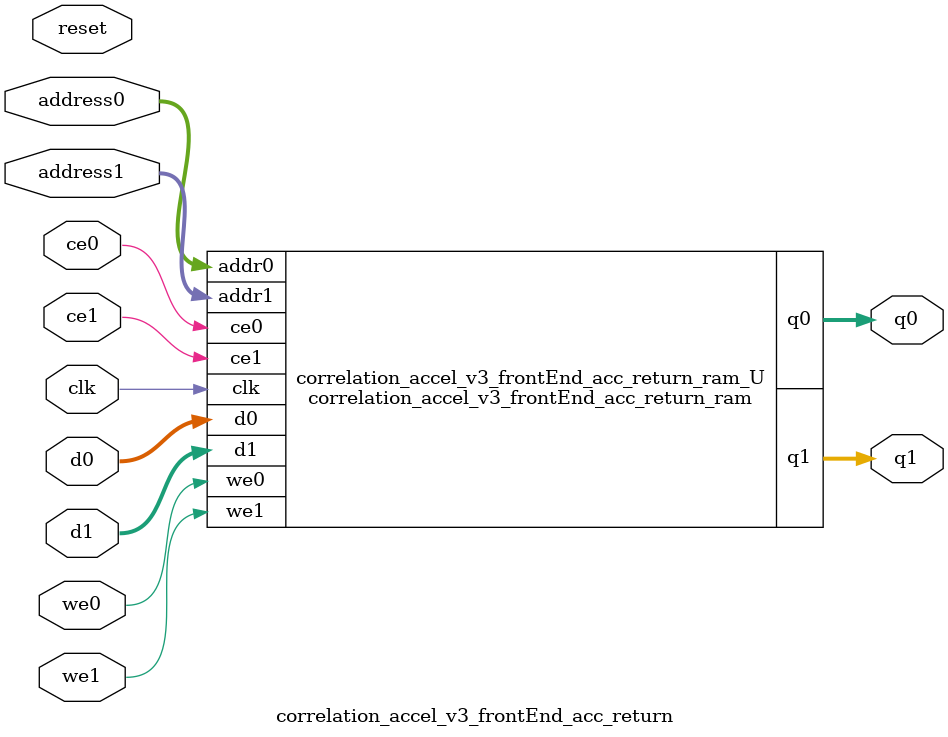
<source format=v>

`timescale 1 ns / 1 ps
module correlation_accel_v3_frontEnd_acc_return_ram (addr0, ce0, d0, we0, q0, addr1, ce1, d1, we1, q1,  clk);

parameter DWIDTH = 32;
parameter AWIDTH = 3;
parameter MEM_SIZE = 6;

input[AWIDTH-1:0] addr0;
input ce0;
input[DWIDTH-1:0] d0;
input we0;
output reg[DWIDTH-1:0] q0;
input[AWIDTH-1:0] addr1;
input ce1;
input[DWIDTH-1:0] d1;
input we1;
output reg[DWIDTH-1:0] q1;
input clk;

(* ram_style = "distributed" *)reg [DWIDTH-1:0] ram[MEM_SIZE-1:0];




always @(posedge clk)  
begin 
    if (ce0) 
    begin
        if (we0) 
        begin 
            ram[addr0] <= d0; 
            q0 <= d0;
        end 
        else 
            q0 <= ram[addr0];
    end
end


always @(posedge clk)  
begin 
    if (ce1) 
    begin
        if (we1) 
        begin 
            ram[addr1] <= d1; 
            q1 <= d1;
        end 
        else 
            q1 <= ram[addr1];
    end
end


endmodule


`timescale 1 ns / 1 ps
module correlation_accel_v3_frontEnd_acc_return(
    reset,
    clk,
    address0,
    ce0,
    we0,
    d0,
    q0,
    address1,
    ce1,
    we1,
    d1,
    q1);

parameter DataWidth = 32'd32;
parameter AddressRange = 32'd6;
parameter AddressWidth = 32'd3;
input reset;
input clk;
input[AddressWidth - 1:0] address0;
input ce0;
input we0;
input[DataWidth - 1:0] d0;
output[DataWidth - 1:0] q0;
input[AddressWidth - 1:0] address1;
input ce1;
input we1;
input[DataWidth - 1:0] d1;
output[DataWidth - 1:0] q1;



correlation_accel_v3_frontEnd_acc_return_ram correlation_accel_v3_frontEnd_acc_return_ram_U(
    .clk( clk ),
    .addr0( address0 ),
    .ce0( ce0 ),
    .d0( d0 ),
    .we0( we0 ),
    .q0( q0 ),
    .addr1( address1 ),
    .ce1( ce1 ),
    .d1( d1 ),
    .we1( we1 ),
    .q1( q1 ));

endmodule


</source>
